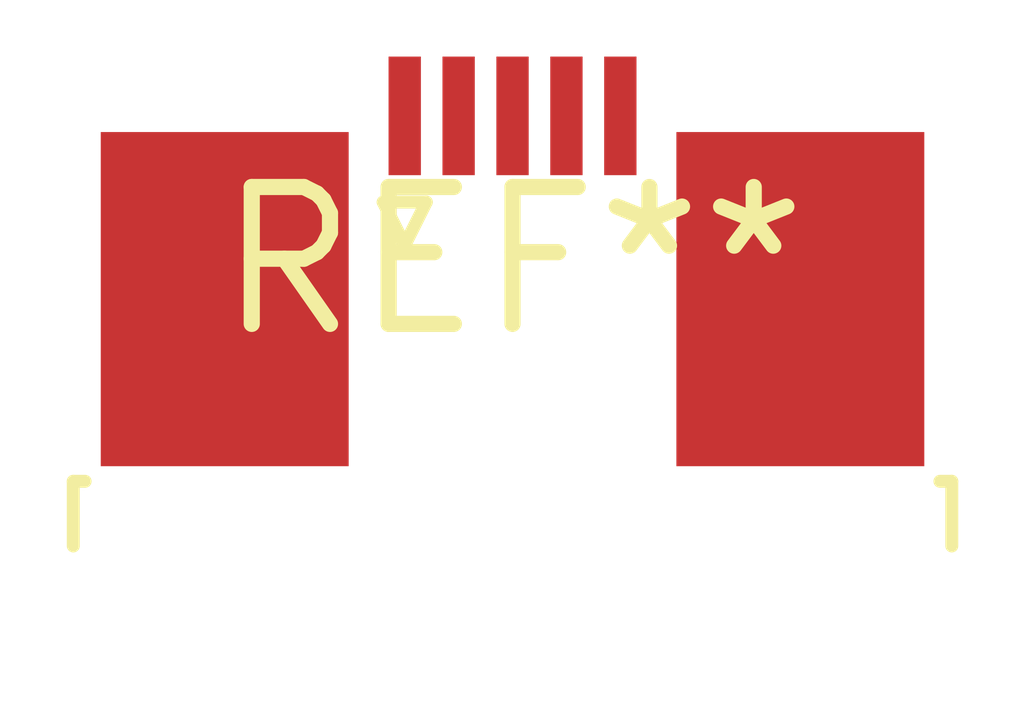
<source format=kicad_pcb>
(kicad_pcb (version 20240108) (generator pcbnew)
  (layers (0 "F.Cu" signal) (31 "B.Cu" signal) (34 "B.Paste" user) (35 "F.Paste" user) (36 "B.SilkS" user "B.Silkscreen") (37 "F.SilkS" user "F.Silkscreen") (38 "B.Mask" user) (39 "F.Mask" user) (44 "Edge.Cuts" user))
  (net 0 "")
  (footprint "TE_0-1734839-5_1x05-1MP_P0.5mm_Horizontal" (layer "F.Cu") (at 0 0)
    (property "Reference" "REF**")
    (property "Value" "PCB Edge")
    (fp_line (start -4.075 2.04) (end -4.075 2.64) (layer "F.SilkS") (stroke (width 0.12)))
    (fp_line (start -3.965 2.04) (end -4.075 2.04) (layer "F.SilkS") (stroke (width 0.12)))
    (fp_line (start -1.2 -0.55) (end -1 -0.15) (layer "F.SilkS") (stroke (width 0.12)))
    (fp_line (start -1 -0.15) (end -0.8 -0.55) (layer "F.SilkS") (stroke (width 0.12)))
    (fp_line (start -0.8 -0.55) (end -1.2 -0.55) (layer "F.SilkS") (stroke (width 0.12)))
    (fp_line (start 3.965 2.04) (end 4.075 2.04) (layer "F.SilkS") (stroke (width 0.12)))
    (fp_line (start 4.075 2.04) (end 4.075 2.64) (layer "F.SilkS") (stroke (width 0.12)))
    (pad "1" smd rect (at -1 -1.35) (size 0.3 1.1) (layers "F.Cu" "F.Paste" "F.Mask"))
    (pad "2" smd rect (at -0.5 -1.35) (size 0.3 1.1) (layers "F.Cu" "F.Paste" "F.Mask"))
    (pad "3" smd rect (at 0 -1.35) (size 0.3 1.1) (layers "F.Cu" "F.Paste" "F.Mask"))
    (pad "4" smd rect (at 0.5 -1.35) (size 0.3 1.1) (layers "F.Cu" "F.Paste" "F.Mask"))
    (pad "5" smd rect (at 1 -1.35) (size 0.3 1.1) (layers "F.Cu" "F.Paste" "F.Mask"))
    (pad "MP" smd rect (at -2.67 0.35) (size 2.3 3.1) (layers "F.Cu" "F.Paste" "F.Mask"))
    (pad "MP" smd rect (at 2.67 0.35) (size 2.3 3.1) (layers "F.Cu" "F.Paste" "F.Mask"))
  )
)
</source>
